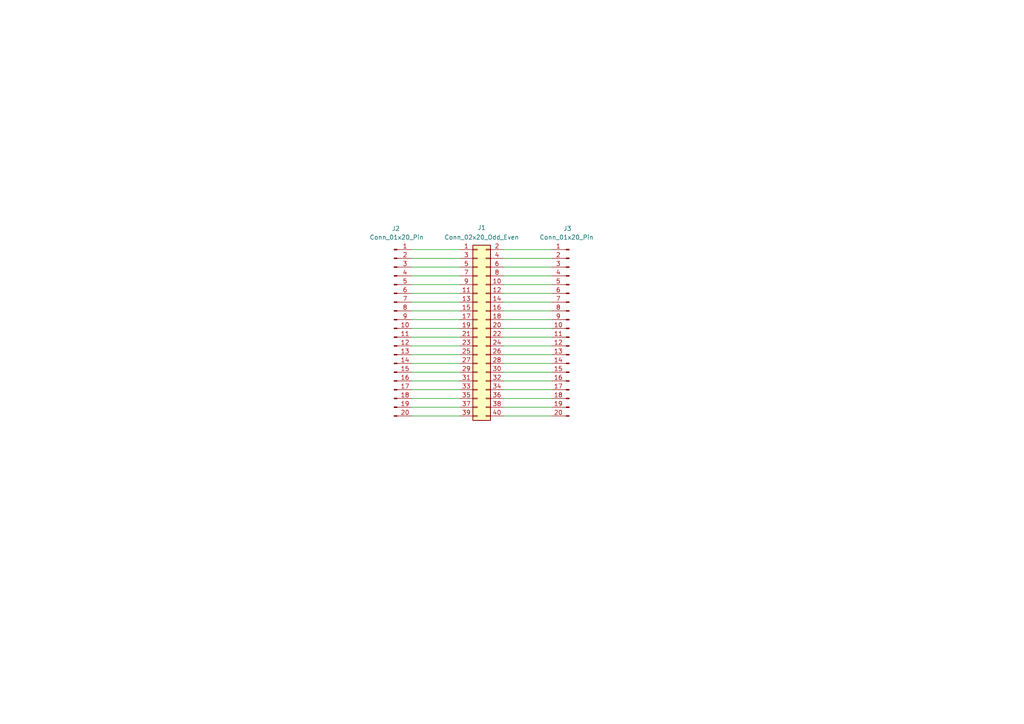
<source format=kicad_sch>
(kicad_sch (version 20250114) (generator "eeschema") (generator_version "9.0")
  (paper "A4")
  (title_block (title "40-pin 1.27mm pitch header to 2.54mm pitch") (date "2025-12-10") (rev "1.0") (company "OÜ MAKEPROGRESS"))
  (lib_symbols
    (symbol "Connector:Conn_01x20_Pin" (pin_names (offset 1.016) (hide yes))
      (property "Reference" "J" (at 0 25.4 0))
      (property "Value" "Conn_01x20_Pin" (at 0 -27.94 0))
      (symbol "Conn_01x20_Pin_1_1"
        (rectangle (start 0.8636 22.987) (end 0 22.733) (stroke (width 0.1524)) (fill (type outline)))
        (rectangle (start 0.8636 20.447) (end 0 20.193) (stroke (width 0.1524)) (fill (type outline)))
        (rectangle (start 0.8636 17.907) (end 0 17.653) (stroke (width 0.1524)) (fill (type outline)))
        (rectangle (start 0.8636 15.367) (end 0 15.113) (stroke (width 0.1524)) (fill (type outline)))
        (rectangle (start 0.8636 12.827) (end 0 12.573) (stroke (width 0.1524)) (fill (type outline)))
        (rectangle (start 0.8636 10.287) (end 0 10.033) (stroke (width 0.1524)) (fill (type outline)))
        (rectangle (start 0.8636 7.747) (end 0 7.493) (stroke (width 0.1524)) (fill (type outline)))
        (rectangle (start 0.8636 5.207) (end 0 4.953) (stroke (width 0.1524)) (fill (type outline)))
        (rectangle (start 0.8636 2.667) (end 0 2.413) (stroke (width 0.1524)) (fill (type outline)))
        (rectangle (start 0.8636 0.127) (end 0 -0.127) (stroke (width 0.1524)) (fill (type outline)))
        (rectangle (start 0.8636 -2.413) (end 0 -2.667) (stroke (width 0.1524)) (fill (type outline)))
        (rectangle (start 0.8636 -4.953) (end 0 -5.207) (stroke (width 0.1524)) (fill (type outline)))
        (rectangle (start 0.8636 -7.493) (end 0 -7.747) (stroke (width 0.1524)) (fill (type outline)))
        (rectangle (start 0.8636 -10.033) (end 0 -10.287) (stroke (width 0.1524)) (fill (type outline)))
        (rectangle (start 0.8636 -12.573) (end 0 -12.827) (stroke (width 0.1524)) (fill (type outline)))
        (rectangle (start 0.8636 -15.113) (end 0 -15.367) (stroke (width 0.1524)) (fill (type outline)))
        (rectangle (start 0.8636 -17.653) (end 0 -17.907) (stroke (width 0.1524)) (fill (type outline)))
        (rectangle (start 0.8636 -20.193) (end 0 -20.447) (stroke (width 0.1524)) (fill (type outline)))
        (rectangle (start 0.8636 -22.733) (end 0 -22.987) (stroke (width 0.1524)) (fill (type outline)))
        (rectangle (start 0.8636 -25.273) (end 0 -25.527) (stroke (width 0.1524)) (fill (type outline)))
        (polyline (pts (xy 1.27 22.86) (xy 0.8636 22.86)) (stroke (width 0.1524)))
        (polyline (pts (xy 1.27 20.32) (xy 0.8636 20.32)) (stroke (width 0.1524)))
        (polyline (pts (xy 1.27 17.78) (xy 0.8636 17.78)) (stroke (width 0.1524)))
        (polyline (pts (xy 1.27 15.24) (xy 0.8636 15.24)) (stroke (width 0.1524)))
        (polyline (pts (xy 1.27 12.7) (xy 0.8636 12.7)) (stroke (width 0.1524)))
        (polyline (pts (xy 1.27 10.16) (xy 0.8636 10.16)) (stroke (width 0.1524)))
        (polyline (pts (xy 1.27 7.62) (xy 0.8636 7.62)) (stroke (width 0.1524)))
        (polyline (pts (xy 1.27 5.08) (xy 0.8636 5.08)) (stroke (width 0.1524)))
        (polyline (pts (xy 1.27 2.54) (xy 0.8636 2.54)) (stroke (width 0.1524)))
        (polyline (pts (xy 1.27 0) (xy 0.8636 0)) (stroke (width 0.1524)))
        (polyline (pts (xy 1.27 -2.54) (xy 0.8636 -2.54)) (stroke (width 0.1524)))
        (polyline (pts (xy 1.27 -5.08) (xy 0.8636 -5.08)) (stroke (width 0.1524)))
        (polyline (pts (xy 1.27 -7.62) (xy 0.8636 -7.62)) (stroke (width 0.1524)))
        (polyline (pts (xy 1.27 -10.16) (xy 0.8636 -10.16)) (stroke (width 0.1524)))
        (polyline (pts (xy 1.27 -12.7) (xy 0.8636 -12.7)) (stroke (width 0.1524)))
        (polyline (pts (xy 1.27 -15.24) (xy 0.8636 -15.24)) (stroke (width 0.1524)))
        (polyline (pts (xy 1.27 -17.78) (xy 0.8636 -17.78)) (stroke (width 0.1524)))
        (polyline (pts (xy 1.27 -20.32) (xy 0.8636 -20.32)) (stroke (width 0.1524)))
        (polyline (pts (xy 1.27 -22.86) (xy 0.8636 -22.86)) (stroke (width 0.1524)))
        (polyline (pts (xy 1.27 -25.4) (xy 0.8636 -25.4)) (stroke (width 0.1524)))
        (pin passive line (at 5.08 22.86 180) (length 3.81) (name "Pin_1") (number "1"))
        (pin passive line (at 5.08 20.32 180) (length 3.81) (name "Pin_2") (number "2"))
        (pin passive line (at 5.08 17.78 180) (length 3.81) (name "Pin_3") (number "3"))
        (pin passive line (at 5.08 15.24 180) (length 3.81) (name "Pin_4") (number "4"))
        (pin passive line (at 5.08 12.7 180) (length 3.81) (name "Pin_5") (number "5"))
        (pin passive line (at 5.08 10.16 180) (length 3.81) (name "Pin_6") (number "6"))
        (pin passive line (at 5.08 7.62 180) (length 3.81) (name "Pin_7") (number "7"))
        (pin passive line (at 5.08 5.08 180) (length 3.81) (name "Pin_8") (number "8"))
        (pin passive line (at 5.08 2.54 180) (length 3.81) (name "Pin_9") (number "9"))
        (pin passive line (at 5.08 0 180) (length 3.81) (name "Pin_10") (number "10"))
        (pin passive line (at 5.08 -2.54 180) (length 3.81) (name "Pin_11") (number "11"))
        (pin passive line (at 5.08 -5.08 180) (length 3.81) (name "Pin_12") (number "12"))
        (pin passive line (at 5.08 -7.62 180) (length 3.81) (name "Pin_13") (number "13"))
        (pin passive line (at 5.08 -10.16 180) (length 3.81) (name "Pin_14") (number "14"))
        (pin passive line (at 5.08 -12.7 180) (length 3.81) (name "Pin_15") (number "15"))
        (pin passive line (at 5.08 -15.24 180) (length 3.81) (name "Pin_16") (number "16"))
        (pin passive line (at 5.08 -17.78 180) (length 3.81) (name "Pin_17") (number "17"))
        (pin passive line (at 5.08 -20.32 180) (length 3.81) (name "Pin_18") (number "18"))
        (pin passive line (at 5.08 -22.86 180) (length 3.81) (name "Pin_19") (number "19"))
        (pin passive line (at 5.08 -25.4 180) (length 3.81) (name "Pin_20") (number "20"))
      )
    )
    (symbol "Connector_Generic:Conn_02x20_Odd_Even" (pin_names (offset 1.016) (hide yes))
      (property "Reference" "J" (at 1.27 25.4 0))
      (property "Value" "Conn_02x20_Odd_Even" (at 1.27 -27.94 0))
      (symbol "Conn_02x20_Odd_Even_1_1"
        (rectangle (start -1.27 24.13) (end 3.81 -26.67) (stroke (width 0.254)) (fill (type background)))
        (rectangle (start -1.27 22.987) (end 0 22.733) (stroke (width 0.1524)))
        (rectangle (start -1.27 20.447) (end 0 20.193) (stroke (width 0.1524)))
        (rectangle (start -1.27 17.907) (end 0 17.653) (stroke (width 0.1524)))
        (rectangle (start -1.27 15.367) (end 0 15.113) (stroke (width 0.1524)))
        (rectangle (start -1.27 12.827) (end 0 12.573) (stroke (width 0.1524)))
        (rectangle (start -1.27 10.287) (end 0 10.033) (stroke (width 0.1524)))
        (rectangle (start -1.27 7.747) (end 0 7.493) (stroke (width 0.1524)))
        (rectangle (start -1.27 5.207) (end 0 4.953) (stroke (width 0.1524)))
        (rectangle (start -1.27 2.667) (end 0 2.413) (stroke (width 0.1524)))
        (rectangle (start -1.27 0.127) (end 0 -0.127) (stroke (width 0.1524)))
        (rectangle (start -1.27 -2.413) (end 0 -2.667) (stroke (width 0.1524)))
        (rectangle (start -1.27 -4.953) (end 0 -5.207) (stroke (width 0.1524)))
        (rectangle (start -1.27 -7.493) (end 0 -7.747) (stroke (width 0.1524)))
        (rectangle (start -1.27 -10.033) (end 0 -10.287) (stroke (width 0.1524)))
        (rectangle (start -1.27 -12.573) (end 0 -12.827) (stroke (width 0.1524)))
        (rectangle (start -1.27 -15.113) (end 0 -15.367) (stroke (width 0.1524)))
        (rectangle (start -1.27 -17.653) (end 0 -17.907) (stroke (width 0.1524)))
        (rectangle (start -1.27 -20.193) (end 0 -20.447) (stroke (width 0.1524)))
        (rectangle (start -1.27 -22.733) (end 0 -22.987) (stroke (width 0.1524)))
        (rectangle (start -1.27 -25.273) (end 0 -25.527) (stroke (width 0.1524)))
        (rectangle (start 3.81 22.987) (end 2.54 22.733) (stroke (width 0.1524)))
        (rectangle (start 3.81 20.447) (end 2.54 20.193) (stroke (width 0.1524)))
        (rectangle (start 3.81 17.907) (end 2.54 17.653) (stroke (width 0.1524)))
        (rectangle (start 3.81 15.367) (end 2.54 15.113) (stroke (width 0.1524)))
        (rectangle (start 3.81 12.827) (end 2.54 12.573) (stroke (width 0.1524)))
        (rectangle (start 3.81 10.287) (end 2.54 10.033) (stroke (width 0.1524)))
        (rectangle (start 3.81 7.747) (end 2.54 7.493) (stroke (width 0.1524)))
        (rectangle (start 3.81 5.207) (end 2.54 4.953) (stroke (width 0.1524)))
        (rectangle (start 3.81 2.667) (end 2.54 2.413) (stroke (width 0.1524)))
        (rectangle (start 3.81 0.127) (end 2.54 -0.127) (stroke (width 0.1524)))
        (rectangle (start 3.81 -2.413) (end 2.54 -2.667) (stroke (width 0.1524)))
        (rectangle (start 3.81 -4.953) (end 2.54 -5.207) (stroke (width 0.1524)))
        (rectangle (start 3.81 -7.493) (end 2.54 -7.747) (stroke (width 0.1524)))
        (rectangle (start 3.81 -10.033) (end 2.54 -10.287) (stroke (width 0.1524)))
        (rectangle (start 3.81 -12.573) (end 2.54 -12.827) (stroke (width 0.1524)))
        (rectangle (start 3.81 -15.113) (end 2.54 -15.367) (stroke (width 0.1524)))
        (rectangle (start 3.81 -17.653) (end 2.54 -17.907) (stroke (width 0.1524)))
        (rectangle (start 3.81 -20.193) (end 2.54 -20.447) (stroke (width 0.1524)))
        (rectangle (start 3.81 -22.733) (end 2.54 -22.987) (stroke (width 0.1524)))
        (rectangle (start 3.81 -25.273) (end 2.54 -25.527) (stroke (width 0.1524)))
        (pin passive line (at -5.08 22.86 0) (length 3.81) (name "Pin_1") (number "1"))
        (pin passive line (at -5.08 20.32 0) (length 3.81) (name "Pin_3") (number "3"))
        (pin passive line (at -5.08 17.78 0) (length 3.81) (name "Pin_5") (number "5"))
        (pin passive line (at -5.08 15.24 0) (length 3.81) (name "Pin_7") (number "7"))
        (pin passive line (at -5.08 12.7 0) (length 3.81) (name "Pin_9") (number "9"))
        (pin passive line (at -5.08 10.16 0) (length 3.81) (name "Pin_11") (number "11"))
        (pin passive line (at -5.08 7.62 0) (length 3.81) (name "Pin_13") (number "13"))
        (pin passive line (at -5.08 5.08 0) (length 3.81) (name "Pin_15") (number "15"))
        (pin passive line (at -5.08 2.54 0) (length 3.81) (name "Pin_17") (number "17"))
        (pin passive line (at -5.08 0 0) (length 3.81) (name "Pin_19") (number "19"))
        (pin passive line (at -5.08 -2.54 0) (length 3.81) (name "Pin_21") (number "21"))
        (pin passive line (at -5.08 -5.08 0) (length 3.81) (name "Pin_23") (number "23"))
        (pin passive line (at -5.08 -7.62 0) (length 3.81) (name "Pin_25") (number "25"))
        (pin passive line (at -5.08 -10.16 0) (length 3.81) (name "Pin_27") (number "27"))
        (pin passive line (at -5.08 -12.7 0) (length 3.81) (name "Pin_29") (number "29"))
        (pin passive line (at -5.08 -15.24 0) (length 3.81) (name "Pin_31") (number "31"))
        (pin passive line (at -5.08 -17.78 0) (length 3.81) (name "Pin_33") (number "33"))
        (pin passive line (at -5.08 -20.32 0) (length 3.81) (name "Pin_35") (number "35"))
        (pin passive line (at -5.08 -22.86 0) (length 3.81) (name "Pin_37") (number "37"))
        (pin passive line (at -5.08 -25.4 0) (length 3.81) (name "Pin_39") (number "39"))
        (pin passive line (at 7.62 22.86 180) (length 3.81) (name "Pin_2") (number "2"))
        (pin passive line (at 7.62 20.32 180) (length 3.81) (name "Pin_4") (number "4"))
        (pin passive line (at 7.62 17.78 180) (length 3.81) (name "Pin_6") (number "6"))
        (pin passive line (at 7.62 15.24 180) (length 3.81) (name "Pin_8") (number "8"))
        (pin passive line (at 7.62 12.7 180) (length 3.81) (name "Pin_10") (number "10"))
        (pin passive line (at 7.62 10.16 180) (length 3.81) (name "Pin_12") (number "12"))
        (pin passive line (at 7.62 7.62 180) (length 3.81) (name "Pin_14") (number "14"))
        (pin passive line (at 7.62 5.08 180) (length 3.81) (name "Pin_16") (number "16"))
        (pin passive line (at 7.62 2.54 180) (length 3.81) (name "Pin_18") (number "18"))
        (pin passive line (at 7.62 0 180) (length 3.81) (name "Pin_20") (number "20"))
        (pin passive line (at 7.62 -2.54 180) (length 3.81) (name "Pin_22") (number "22"))
        (pin passive line (at 7.62 -5.08 180) (length 3.81) (name "Pin_24") (number "24"))
        (pin passive line (at 7.62 -7.62 180) (length 3.81) (name "Pin_26") (number "26"))
        (pin passive line (at 7.62 -10.16 180) (length 3.81) (name "Pin_28") (number "28"))
        (pin passive line (at 7.62 -12.7 180) (length 3.81) (name "Pin_30") (number "30"))
        (pin passive line (at 7.62 -15.24 180) (length 3.81) (name "Pin_32") (number "32"))
        (pin passive line (at 7.62 -17.78 180) (length 3.81) (name "Pin_34") (number "34"))
        (pin passive line (at 7.62 -20.32 180) (length 3.81) (name "Pin_36") (number "36"))
        (pin passive line (at 7.62 -22.86 180) (length 3.81) (name "Pin_38") (number "38"))
        (pin passive line (at 7.62 -25.4 180) (length 3.81) (name "Pin_40") (number "40"))
      )
    )
  )
  (wire (pts (xy 146.05 100.33) (xy 160.02 100.33)))
  (wire (pts (xy 119.38 120.65) (xy 133.35 120.65)))
  (wire (pts (xy 146.05 82.55) (xy 160.02 82.55)))
  (wire (pts (xy 146.05 90.17) (xy 160.02 90.17)))
  (wire (pts (xy 119.38 82.55) (xy 133.35 82.55)))
  (wire (pts (xy 119.38 110.49) (xy 133.35 110.49)))
  (wire (pts (xy 146.05 95.25) (xy 160.02 95.25)))
  (wire (pts (xy 119.38 100.33) (xy 133.35 100.33)))
  (wire (pts (xy 146.05 115.57) (xy 160.02 115.57)))
  (wire (pts (xy 146.05 107.95) (xy 160.02 107.95)))
  (wire (pts (xy 119.38 74.93) (xy 133.35 74.93)))
  (wire (pts (xy 146.05 102.87) (xy 160.02 102.87)))
  (wire (pts (xy 146.05 113.03) (xy 160.02 113.03)))
  (wire (pts (xy 146.05 77.47) (xy 160.02 77.47)))
  (wire (pts (xy 146.05 120.65) (xy 160.02 120.65)))
  (wire (pts (xy 119.38 77.47) (xy 133.35 77.47)))
  (wire (pts (xy 119.38 105.41) (xy 133.35 105.41)))
  (wire (pts (xy 119.38 80.01) (xy 133.35 80.01)))
  (wire (pts (xy 119.38 92.71) (xy 133.35 92.71)))
  (wire (pts (xy 119.38 85.09) (xy 133.35 85.09)))
  (wire (pts (xy 146.05 72.39) (xy 160.02 72.39)))
  (wire (pts (xy 146.05 92.71) (xy 160.02 92.71)))
  (wire (pts (xy 119.38 115.57) (xy 133.35 115.57)))
  (wire (pts (xy 146.05 87.63) (xy 160.02 87.63)))
  (wire (pts (xy 119.38 102.87) (xy 133.35 102.87)))
  (wire (pts (xy 146.05 118.11) (xy 160.02 118.11)))
  (wire (pts (xy 146.05 105.41) (xy 160.02 105.41)))
  (wire (pts (xy 146.05 74.93) (xy 160.02 74.93)))
  (wire (pts (xy 146.05 85.09) (xy 160.02 85.09)))
  (wire (pts (xy 119.38 90.17) (xy 133.35 90.17)))
  (wire (pts (xy 119.38 87.63) (xy 133.35 87.63)))
  (wire (pts (xy 119.38 113.03) (xy 133.35 113.03)))
  (wire (pts (xy 119.38 97.79) (xy 133.35 97.79)))
  (wire (pts (xy 119.38 72.39) (xy 133.35 72.39)))
  (wire (pts (xy 146.05 80.01) (xy 160.02 80.01)))
  (wire (pts (xy 119.38 118.11) (xy 133.35 118.11)))
  (wire (pts (xy 119.38 95.25) (xy 133.35 95.25)))
  (wire (pts (xy 146.05 97.79) (xy 160.02 97.79)))
  (wire (pts (xy 119.38 107.95) (xy 133.35 107.95)))
  (wire (pts (xy 146.05 110.49) (xy 160.02 110.49)))
  (symbol (lib_id "Connector:Conn_01x20_Pin") (at 165.1 95.25 0) (mirror y) (unit 1)
    (property "Reference" "J3" (at 164.592 66.294 0))
    (property "Value" "Conn_01x20_Pin" (at 164.338 68.834 0))
    (property "Footprint" "Connector_PinHeader_2.54mm:PinHeader_1x20_P2.54mm_Vertical" (effects (hide yes)))
    (property "Description" "Generic connector, single row, 01x20, script generated" (effects (hide yes)))
  )
  (symbol (lib_id "Connector:Conn_01x20_Pin") (at 114.3 95.25 0) (unit 1)
    (property "Reference" "J2" (at 114.808 66.294 0))
    (property "Value" "Conn_01x20_Pin" (at 115.062 68.834 0))
    (property "Footprint" "Connector_PinHeader_2.54mm:PinHeader_1x20_P2.54mm_Vertical" (effects (hide yes)))
    (property "Description" "Generic connector, single row, 01x20, script generated" (effects (hide yes)))
  )
  (symbol (lib_id "Connector_Generic:Conn_02x20_Odd_Even") (at 138.43 95.25 0) (unit 1)
    (property "Reference" "J1" (at 139.7 66.04 0))
    (property "Value" "Conn_02x20_Odd_Even" (at 139.7 68.834 0))
    (property "Footprint" "Connector_PinHeader_1.27mm:PinHeader_2x20_P1.27mm_Vertical" (effects (hide yes)))
    (property "Description" "Generic connector, double row, 02x20, odd/even pin numbering scheme (row 1 odd numbers, row 2 even numbers), script generated (kicad-library-utils/schlib/autogen/connector/)" (effects (hide yes)))
  )
)
</source>
